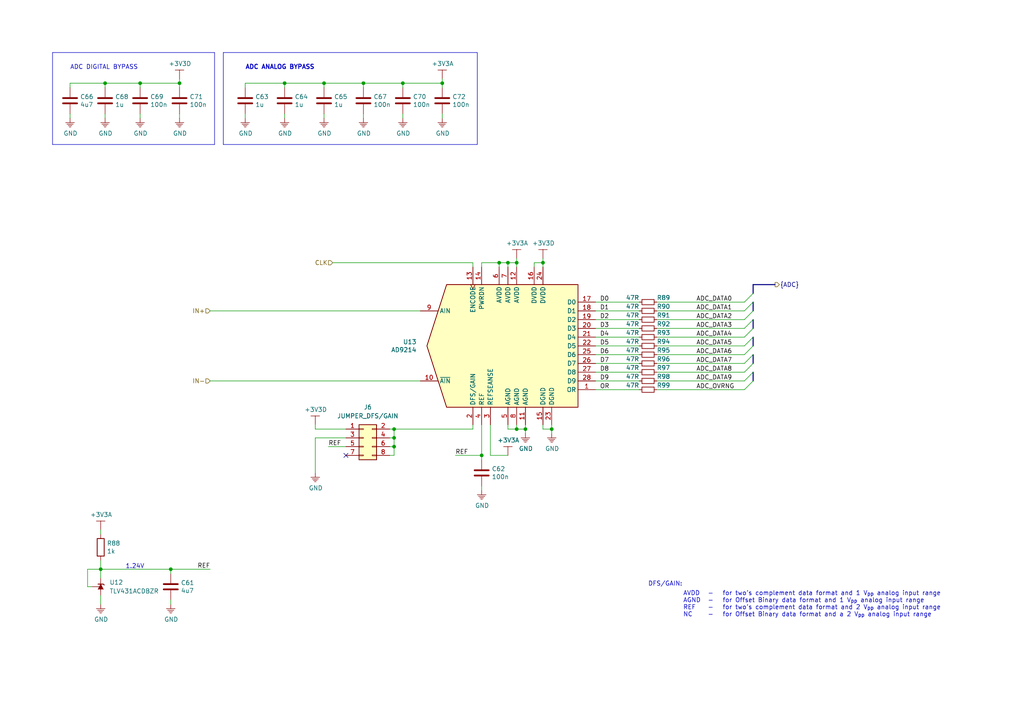
<source format=kicad_sch>
(kicad_sch (version 20200512) (host eeschema "5.99.0-unknown-4efed4b~101~ubuntu18.04.1")
  (page 7 8)
  (paper "A4")
  (title_block (title "Digitizer 10b 105 MSPS with FPGA") (date "2020-03-09") (rev "1.0") (company "Jan Vykydal"))
  (lib_symbols
    (symbol "Connector_Generic:Conn_02x04_Odd_Even" (pin_names hide)
      (property "Reference" "J" (at 1.27 5.08 0))
      (property "Value" "Conn_02x04_Odd_Even" (at 1.27 -7.62 0))
      (symbol "Conn_02x04_Odd_Even_1_1"
        (rectangle (start -1.27 -4.953) (end 0 -5.207))
        (rectangle (start -1.27 -2.413) (end 0 -2.667))
        (rectangle (start -1.27 2.667) (end 0 2.413))
        (rectangle (start -1.27 3.81) (end 3.81 -6.35) (stroke (width 0.254)) (fill (type background)))
        (rectangle (start -1.27 0.127) (end 0 -0.127))
        (rectangle (start 3.81 -4.953) (end 2.54 -5.207))
        (rectangle (start 3.81 -2.413) (end 2.54 -2.667))
        (rectangle (start 3.81 2.667) (end 2.54 2.413))
        (rectangle (start 3.81 0.127) (end 2.54 -0.127))
        (pin passive line (at -5.08 2.54 0) (length 3.81) (name "Pin_1") (number "1"))
        (pin passive line (at 7.62 2.54 180) (length 3.81) (name "Pin_2") (number "2"))
        (pin passive line (at -5.08 0 0) (length 3.81) (name "Pin_3") (number "3"))
        (pin passive line (at 7.62 0 180) (length 3.81) (name "Pin_4") (number "4"))
        (pin passive line (at -5.08 -2.54 0) (length 3.81) (name "Pin_5") (number "5"))
        (pin passive line (at 7.62 -2.54 180) (length 3.81) (name "Pin_6") (number "6"))
        (pin passive line (at -5.08 -5.08 0) (length 3.81) (name "Pin_7") (number "7"))
        (pin passive line (at 7.62 -5.08 180) (length 3.81) (name "Pin_8") (number "8"))
      )
    )
    (symbol "Device:C" (pin_numbers hide) (pin_names (offset 0.254))
      (property "Reference" "C" (at 0.635 2.54 0))
      (property "Value" "C" (at 0.635 -2.54 0))
      (symbol "C_0_1"
        (polyline (pts (xy -2.032 -0.762) (xy 2.032 -0.762)) (stroke (width 0.508)))
        (polyline (pts (xy -2.032 0.762) (xy 2.032 0.762)) (stroke (width 0.508)))
      )
      (symbol "C_1_1"
        (pin passive line (at 0 3.81 270) (length 2.794) (name "~") (number "1"))
        (pin passive line (at 0 -3.81 90) (length 2.794) (name "~") (number "2"))
      )
    )
    (symbol "Device:C_1" (pin_numbers hide) (pin_names (offset 0.254))
      (property "Reference" "C" (at 0.635 2.54 0))
      (property "Value" "C" (at 0.635 -2.54 0))
      (symbol "C_1_0_1"
        (polyline (pts (xy -2.032 -0.762) (xy 2.032 -0.762)) (stroke (width 0.508)))
        (polyline (pts (xy -2.032 0.762) (xy 2.032 0.762)) (stroke (width 0.508)))
      )
      (symbol "C_1_1_1"
        (pin passive line (at 0 3.81 270) (length 2.794) (name "~") (number "1"))
        (pin passive line (at 0 -3.81 90) (length 2.794) (name "~") (number "2"))
      )
    )
    (symbol "Device:C_2" (pin_numbers hide) (pin_names (offset 0.254))
      (property "Reference" "C" (at 0.635 2.54 0))
      (property "Value" "C" (at 0.635 -2.54 0))
      (symbol "C_2_0_1"
        (polyline (pts (xy -2.032 -0.762) (xy 2.032 -0.762)) (stroke (width 0.508)))
        (polyline (pts (xy -2.032 0.762) (xy 2.032 0.762)) (stroke (width 0.508)))
      )
      (symbol "C_2_1_1"
        (pin passive line (at 0 3.81 270) (length 2.794) (name "~") (number "1"))
        (pin passive line (at 0 -3.81 90) (length 2.794) (name "~") (number "2"))
      )
    )
    (symbol "Device:C_3" (pin_numbers hide) (pin_names (offset 0.254))
      (property "Reference" "C" (at 0.635 2.54 0))
      (property "Value" "C" (at 0.635 -2.54 0))
      (symbol "C_3_0_1"
        (polyline (pts (xy -2.032 -0.762) (xy 2.032 -0.762)) (stroke (width 0.508)))
        (polyline (pts (xy -2.032 0.762) (xy 2.032 0.762)) (stroke (width 0.508)))
      )
      (symbol "C_3_1_1"
        (pin passive line (at 0 3.81 270) (length 2.794) (name "~") (number "1"))
        (pin passive line (at 0 -3.81 90) (length 2.794) (name "~") (number "2"))
      )
    )
    (symbol "Device:R" (pin_numbers hide) (pin_names (offset 0))
      (property "Reference" "R" (at 2.032 0 90))
      (property "Value" "R" (at 0 0 90))
      (symbol "R_0_1"
        (rectangle (start -1.016 -2.54) (end 1.016 2.54) (stroke (width 0.254)))
      )
      (symbol "R_1_1"
        (pin passive line (at 0 3.81 270) (length 1.27) (name "~") (number "1"))
        (pin passive line (at 0 -3.81 90) (length 1.27) (name "~") (number "2"))
      )
    )
    (symbol "Device:R_Small" (pin_numbers hide) (pin_names (offset 0.254) hide)
      (property "Reference" "R" (at 0.762 0.508 0))
      (property "Value" "R_Small" (at 0.762 -1.016 0))
      (symbol "R_Small_0_1"
        (rectangle (start -0.762 1.778) (end 0.762 -1.778) (stroke (width 0.2032)))
      )
      (symbol "R_Small_1_1"
        (pin passive line (at 0 2.54 270) (length 0.762) (name "~") (number "1"))
        (pin passive line (at 0 -2.54 90) (length 0.762) (name "~") (number "2"))
      )
    )
    (symbol "KLIB_ADC:AD9214" (pin_names (offset 0.508))
      (property "Reference" "U" (at 12.7 20.32 0))
      (property "Value" "AD9214" (at 12.7 22.86 0))
      (symbol "AD9214_0_1"
        (polyline (pts (xy -23.495 0) (xy -17.78 17.78) (xy 20.32 17.78) (xy 20.32 -17.78) (xy -17.78 -17.78) (xy -23.495 0)) (stroke (width 0.254)) (fill (type background)))
      )
      (symbol "AD9214_1_1"
        (pin output line (at 25.4 -12.7 180) (length 5.08) (name "OR") (number "1"))
        (pin input line (at -25.4 -10.16 0) (length 5.08) (name "~AIN") (number "10"))
        (pin power_in line (at 5.08 -22.86 90) (length 5.08) (name "AGND") (number "11"))
        (pin power_in line (at 2.54 22.86 270) (length 5.08) (name "AVDD") (number "12"))
        (pin input clock (at -10.16 22.86 270) (length 5.08) (name "ENCODE") (number "13"))
        (pin input line (at -7.62 22.86 270) (length 5.08) (name "PWRDN") (number "14"))
        (pin power_in line (at 10.16 -22.86 90) (length 5.08) (name "DGND") (number "15"))
        (pin power_in line (at 7.62 22.86 270) (length 5.08) (name "DVDD") (number "16"))
        (pin output line (at 25.4 12.7 180) (length 5.08) (name "D0") (number "17"))
        (pin output line (at 25.4 10.16 180) (length 5.08) (name "D1") (number "18"))
        (pin output line (at 25.4 7.62 180) (length 5.08) (name "D2") (number "19"))
        (pin input line (at -10.16 -22.86 90) (length 5.08) (name "DFS/GAIN") (number "2"))
        (pin output line (at 25.4 5.08 180) (length 5.08) (name "D3") (number "20"))
        (pin output line (at 25.4 2.54 180) (length 5.08) (name "D4") (number "21"))
        (pin output line (at 25.4 0 180) (length 5.08) (name "D5") (number "22"))
        (pin power_in line (at 12.7 -22.86 90) (length 5.08) (name "DGND") (number "23"))
        (pin power_in line (at 10.16 22.86 270) (length 5.08) (name "DVDD") (number "24"))
        (pin output line (at 25.4 -2.54 180) (length 5.08) (name "D6") (number "25"))
        (pin output line (at 25.4 -5.08 180) (length 5.08) (name "D7") (number "26"))
        (pin output line (at 25.4 -7.62 180) (length 5.08) (name "D8") (number "27"))
        (pin output line (at 25.4 -10.16 180) (length 5.08) (name "D9") (number "28"))
        (pin input line (at -5.08 -22.86 90) (length 5.08) (name "REFSEANSE") (number "3"))
        (pin bidirectional line (at -7.62 -22.86 90) (length 5.08) (name "REF") (number "4"))
        (pin power_in line (at 0 -22.86 90) (length 5.08) (name "AGND") (number "5"))
        (pin power_in line (at -2.54 22.86 270) (length 5.08) (name "AVDD") (number "6"))
        (pin power_in line (at 0 22.86 270) (length 5.08) (name "AVDD") (number "7"))
        (pin power_in line (at 2.54 -22.86 90) (length 5.08) (name "AGND") (number "8"))
        (pin input line (at -25.4 10.16 0) (length 5.08) (name "AIN") (number "9"))
      )
    )
    (symbol "KLIB_Power:+3V3A" (power) (pin_names (offset 0))
      (property "Value" "+3V3A" (at 0 3.81 0))
      (symbol "+3V3A_0_1"
        (polyline (pts (xy -1.27 2.54) (xy 0 2.54)))
        (polyline (pts (xy 0 0) (xy 0 2.54)))
        (polyline (pts (xy 0 2.54) (xy 1.27 2.54)))
      )
      (symbol "+3V3A_1_1"
        (pin power_in line (at 0 0 90) (length 0) (name "+3V3A") (number "1") hide)
      )
    )
    (symbol "KLIB_Power:+3V3D" (power) (pin_names (offset 0))
      (property "Value" "+3V3D" (at 0 3.81 0))
      (symbol "+3V3D_0_1"
        (polyline (pts (xy -1.27 2.54) (xy 0 2.54)))
        (polyline (pts (xy 0 0) (xy 0 2.54)))
        (polyline (pts (xy 0 2.54) (xy 1.27 2.54)))
      )
      (symbol "+3V3D_1_1"
        (pin power_in line (at 0 0 90) (length 0) (name "+3V3D") (number "1") hide)
      )
    )
    (symbol "KLIB_Power:GND" (power) (pin_names (offset 0))
      (property "Value" "GND" (at 0 -3.556 0))
      (symbol "GND_0_1"
        (polyline (pts (xy -0.9144 -1.7272) (xy 0.9144 -1.7272)))
        (polyline (pts (xy -0.5588 -2.1336) (xy 0.5588 -2.1336)))
        (polyline (pts (xy -0.254 -2.54) (xy 0.254 -2.54)))
        (polyline (pts (xy 0 -1.27) (xy 0 0)))
        (polyline (pts (xy 1.27 -1.27) (xy -1.27 -1.27)))
      )
      (symbol "GND_1_1"
        (pin power_in line (at 0 0 270) (length 0) (name "GND") (number "1") hide)
      )
    )
    (symbol "Reference_Voltage:TL431DBZ" (pin_numbers hide) (pin_names (offset 0.508) hide)
      (property "Reference" "U" (at -2.54 2.54 0))
      (property "Value" "TL431DBZ" (at 0 -2.54 0))
      (symbol "TL431DBZ_0_1"
        (polyline (pts (xy -1.27 0) (xy 0 0) (xy 1.27 0)))
        (polyline (pts (xy -0.762 0.762) (xy 0.762 0) (xy -0.762 -0.762)) (fill (type outline)))
        (polyline (pts (xy 0.508 -1.016) (xy 0.762 -0.762) (xy 0.762 0.762) (xy 0.762 0.762)) (stroke (width 0.254)))
      )
      (symbol "TL431DBZ_1_1"
        (pin passive line (at 2.54 0 180) (length 2.54) (name "K") (number "1"))
        (pin passive line (at 0 2.54 270) (length 2.54) (name "REF") (number "2"))
        (pin passive line (at -2.54 0 0) (length 2.54) (name "A") (number "3"))
      )
    )
  )
  (bus_alias "ADC" (members "ADC_DATA[0..9]" "ADC_OVRNG"))
  (junction (at 29.21 165.1))
  (junction (at 30.48 24.13))
  (junction (at 40.64 24.13))
  (junction (at 49.53 165.1))
  (junction (at 52.07 24.13))
  (junction (at 82.55 24.13))
  (junction (at 93.98 24.13))
  (junction (at 105.41 24.13))
  (junction (at 114.3 124.46))
  (junction (at 114.3 127))
  (junction (at 114.3 129.54))
  (junction (at 116.84 24.13))
  (junction (at 128.27 24.13))
  (junction (at 139.7 132.08))
  (junction (at 144.78 76.2))
  (junction (at 147.32 76.2))
  (junction (at 149.86 76.2))
  (junction (at 149.86 124.46))
  (junction (at 152.4 124.46))
  (junction (at 157.48 76.2))
  (junction (at 160.02 124.46))
  (no_connect (at 100.33 132.08))
  (bus_entry (at 215.9 87.63) (size 2.54 -2.54))
  (bus_entry (at 215.9 90.17) (size 2.54 -2.54))
  (bus_entry (at 215.9 92.71) (size 2.54 -2.54))
  (bus_entry (at 215.9 95.25) (size 2.54 -2.54))
  (bus_entry (at 215.9 97.79) (size 2.54 -2.54))
  (bus_entry (at 215.9 100.33) (size 2.54 -2.54))
  (bus_entry (at 215.9 102.87) (size 2.54 -2.54))
  (bus_entry (at 215.9 105.41) (size 2.54 -2.54))
  (bus_entry (at 215.9 107.95) (size 2.54 -2.54))
  (bus_entry (at 215.9 110.49) (size 2.54 -2.54))
  (bus_entry (at 215.9 113.03) (size 2.54 -2.54))
  (wire (pts (xy 20.32 24.13) (xy 20.32 25.4)))
  (wire (pts (xy 20.32 24.13) (xy 30.48 24.13)))
  (wire (pts (xy 20.32 33.02) (xy 20.32 34.29)))
  (wire (pts (xy 25.4 165.1) (xy 29.21 165.1)))
  (wire (pts (xy 25.4 170.18) (xy 25.4 165.1)))
  (wire (pts (xy 26.67 170.18) (xy 25.4 170.18)))
  (wire (pts (xy 29.21 153.67) (xy 29.21 154.94)))
  (wire (pts (xy 29.21 162.56) (xy 29.21 165.1)))
  (wire (pts (xy 29.21 165.1) (xy 29.21 167.64)))
  (wire (pts (xy 29.21 165.1) (xy 49.53 165.1)))
  (wire (pts (xy 29.21 172.72) (xy 29.21 175.26)))
  (wire (pts (xy 30.48 24.13) (xy 30.48 25.4)))
  (wire (pts (xy 30.48 24.13) (xy 40.64 24.13)))
  (wire (pts (xy 30.48 33.02) (xy 30.48 34.29)))
  (wire (pts (xy 40.64 24.13) (xy 40.64 25.4)))
  (wire (pts (xy 40.64 24.13) (xy 52.07 24.13)))
  (wire (pts (xy 40.64 33.02) (xy 40.64 34.29)))
  (wire (pts (xy 49.53 165.1) (xy 49.53 166.37)))
  (wire (pts (xy 49.53 165.1) (xy 60.96 165.1)))
  (wire (pts (xy 49.53 173.99) (xy 49.53 175.26)))
  (wire (pts (xy 52.07 22.86) (xy 52.07 24.13)))
  (wire (pts (xy 52.07 24.13) (xy 52.07 25.4)))
  (wire (pts (xy 52.07 33.02) (xy 52.07 34.29)))
  (wire (pts (xy 60.96 90.17) (xy 121.92 90.17)))
  (wire (pts (xy 60.96 110.49) (xy 121.92 110.49)))
  (wire (pts (xy 71.12 24.13) (xy 71.12 25.4)))
  (wire (pts (xy 71.12 24.13) (xy 82.55 24.13)))
  (wire (pts (xy 71.12 33.02) (xy 71.12 34.29)))
  (wire (pts (xy 82.55 24.13) (xy 82.55 25.4)))
  (wire (pts (xy 82.55 24.13) (xy 93.98 24.13)))
  (wire (pts (xy 82.55 33.02) (xy 82.55 34.29)))
  (wire (pts (xy 91.44 124.46) (xy 91.44 123.19)))
  (wire (pts (xy 91.44 127) (xy 91.44 137.16)))
  (wire (pts (xy 93.98 24.13) (xy 93.98 25.4)))
  (wire (pts (xy 93.98 24.13) (xy 105.41 24.13)))
  (wire (pts (xy 93.98 33.02) (xy 93.98 34.29)))
  (wire (pts (xy 96.52 76.2) (xy 137.16 76.2)))
  (wire (pts (xy 100.33 124.46) (xy 91.44 124.46)))
  (wire (pts (xy 100.33 127) (xy 91.44 127)))
  (wire (pts (xy 100.33 129.54) (xy 95.25 129.54)))
  (wire (pts (xy 105.41 24.13) (xy 105.41 25.4)))
  (wire (pts (xy 105.41 24.13) (xy 116.84 24.13)))
  (wire (pts (xy 105.41 33.02) (xy 105.41 34.29)))
  (wire (pts (xy 113.03 124.46) (xy 114.3 124.46)))
  (wire (pts (xy 113.03 127) (xy 114.3 127)))
  (wire (pts (xy 113.03 129.54) (xy 114.3 129.54)))
  (wire (pts (xy 113.03 132.08) (xy 114.3 132.08)))
  (wire (pts (xy 114.3 124.46) (xy 137.16 124.46)))
  (wire (pts (xy 114.3 127) (xy 114.3 124.46)))
  (wire (pts (xy 114.3 129.54) (xy 114.3 127)))
  (wire (pts (xy 114.3 132.08) (xy 114.3 129.54)))
  (wire (pts (xy 116.84 24.13) (xy 116.84 25.4)))
  (wire (pts (xy 116.84 24.13) (xy 128.27 24.13)))
  (wire (pts (xy 116.84 33.02) (xy 116.84 34.29)))
  (wire (pts (xy 128.27 24.13) (xy 128.27 22.86)))
  (wire (pts (xy 128.27 24.13) (xy 128.27 25.4)))
  (wire (pts (xy 128.27 33.02) (xy 128.27 34.29)))
  (wire (pts (xy 132.08 132.08) (xy 139.7 132.08)))
  (wire (pts (xy 137.16 76.2) (xy 137.16 77.47)))
  (wire (pts (xy 137.16 124.46) (xy 137.16 123.19)))
  (wire (pts (xy 139.7 77.47) (xy 139.7 76.2)))
  (wire (pts (xy 139.7 123.19) (xy 139.7 132.08)))
  (wire (pts (xy 139.7 132.08) (xy 139.7 133.35)))
  (wire (pts (xy 139.7 142.24) (xy 139.7 140.97)))
  (wire (pts (xy 142.24 123.19) (xy 142.24 132.08)))
  (wire (pts (xy 144.78 76.2) (xy 139.7 76.2)))
  (wire (pts (xy 144.78 76.2) (xy 147.32 76.2)))
  (wire (pts (xy 144.78 77.47) (xy 144.78 76.2)))
  (wire (pts (xy 147.32 76.2) (xy 149.86 76.2)))
  (wire (pts (xy 147.32 77.47) (xy 147.32 76.2)))
  (wire (pts (xy 147.32 124.46) (xy 147.32 123.19)))
  (wire (pts (xy 147.32 132.08) (xy 142.24 132.08)))
  (wire (pts (xy 149.86 74.93) (xy 149.86 76.2)))
  (wire (pts (xy 149.86 77.47) (xy 149.86 76.2)))
  (wire (pts (xy 149.86 123.19) (xy 149.86 124.46)))
  (wire (pts (xy 149.86 124.46) (xy 147.32 124.46)))
  (wire (pts (xy 152.4 124.46) (xy 149.86 124.46)))
  (wire (pts (xy 152.4 124.46) (xy 152.4 123.19)))
  (wire (pts (xy 152.4 125.73) (xy 152.4 124.46)))
  (wire (pts (xy 154.94 76.2) (xy 157.48 76.2)))
  (wire (pts (xy 154.94 77.47) (xy 154.94 76.2)))
  (wire (pts (xy 157.48 76.2) (xy 157.48 74.93)))
  (wire (pts (xy 157.48 77.47) (xy 157.48 76.2)))
  (wire (pts (xy 157.48 124.46) (xy 157.48 123.19)))
  (wire (pts (xy 160.02 124.46) (xy 157.48 124.46)))
  (wire (pts (xy 160.02 124.46) (xy 160.02 123.19)))
  (wire (pts (xy 160.02 125.73) (xy 160.02 124.46)))
  (wire (pts (xy 172.72 87.63) (xy 185.42 87.63)))
  (wire (pts (xy 172.72 90.17) (xy 185.42 90.17)))
  (wire (pts (xy 172.72 92.71) (xy 185.42 92.71)))
  (wire (pts (xy 172.72 95.25) (xy 185.42 95.25)))
  (wire (pts (xy 172.72 97.79) (xy 185.42 97.79)))
  (wire (pts (xy 172.72 100.33) (xy 185.42 100.33)))
  (wire (pts (xy 172.72 102.87) (xy 185.42 102.87)))
  (wire (pts (xy 172.72 105.41) (xy 185.42 105.41)))
  (wire (pts (xy 172.72 107.95) (xy 185.42 107.95)))
  (wire (pts (xy 172.72 110.49) (xy 185.42 110.49)))
  (wire (pts (xy 172.72 113.03) (xy 185.42 113.03)))
  (wire (pts (xy 190.5 87.63) (xy 215.9 87.63)))
  (wire (pts (xy 190.5 90.17) (xy 215.9 90.17)))
  (wire (pts (xy 190.5 92.71) (xy 215.9 92.71)))
  (wire (pts (xy 190.5 95.25) (xy 215.9 95.25)))
  (wire (pts (xy 190.5 97.79) (xy 215.9 97.79)))
  (wire (pts (xy 190.5 100.33) (xy 215.9 100.33)))
  (wire (pts (xy 190.5 102.87) (xy 215.9 102.87)))
  (wire (pts (xy 190.5 105.41) (xy 215.9 105.41)))
  (wire (pts (xy 190.5 107.95) (xy 215.9 107.95)))
  (wire (pts (xy 190.5 110.49) (xy 215.9 110.49)))
  (wire (pts (xy 190.5 113.03) (xy 215.9 113.03)))
  (bus (pts (xy 218.44 82.55) (xy 218.44 87.63)))
  (bus (pts (xy 218.44 87.63) (xy 218.44 92.71)))
  (bus (pts (xy 218.44 92.71) (xy 218.44 97.79)))
  (bus (pts (xy 218.44 97.79) (xy 218.44 102.87)))
  (bus (pts (xy 218.44 102.87) (xy 218.44 107.95)))
  (bus (pts (xy 218.44 107.95) (xy 218.44 110.49)))
  (bus (pts (xy 224.79 82.55) (xy 218.44 82.55)))
  (polyline (pts (xy 15.24 15.24) (xy 15.24 41.91)))
  (polyline (pts (xy 15.24 41.91) (xy 62.23 41.91)))
  (polyline (pts (xy 62.23 15.24) (xy 15.24 15.24)))
  (polyline (pts (xy 62.23 41.91) (xy 62.23 15.24)))
  (polyline (pts (xy 64.77 15.24) (xy 138.43 15.24)))
  (polyline (pts (xy 64.77 41.91) (xy 64.77 15.24)))
  (polyline (pts (xy 138.43 15.24) (xy 138.43 41.91)))
  (polyline (pts (xy 138.43 41.91) (xy 64.77 41.91)))
  (text "ADC DIGITAL BYPASS" (at 20.32 20.32 0) (effects (font (size 1.27 1.27)) (justify left bottom)))
  (text "1.24V" (at 41.91 165.1 180) (effects (font (size 1.27 1.27)) (justify right bottom)))
  (text "ADC ANALOG BYPASS" (at 71.12 20.32 0) (effects (font (size 1.27 1.27) (thickness 0.254) bold) (justify left bottom)))
  (text "DFS/GAIN:" (at 187.96 170.18 0) (effects (font (size 1.27 1.27)) (justify left bottom)))
  (text "AVDD\nAGND\nREF\nNC" (at 198.12 179.07 0) (effects (font (size 1.27 1.27)) (justify left bottom)))
  (text "-\n-\n-\n-" (at 207.01 179.07 180) (effects (font (size 1.27 1.27)) (justify right bottom)))
  (text "for two’s complement data format and 1 V_{pp} analog input range\nfor Offset Binary data format and 1 V_{pp} analog input range\nfor two’s complement data format and 2 V_{pp} analog input range\nfor Offset Binary data format and a 2 V_{pp} analog input range" (at 209.55 179.07 0) (effects (font (size 1.27 1.27)) (justify left bottom)))
  (label "REF" (at 60.96 165.1 180))
  (label "REF" (at 95.25 129.54 0))
  (label "REF" (at 132.08 132.08 0))
  (label "D0" (at 173.99 87.63 0))
  (label "D1" (at 173.99 90.17 0))
  (label "D2" (at 173.99 92.71 0))
  (label "D3" (at 173.99 95.25 0))
  (label "D4" (at 173.99 97.79 0))
  (label "D5" (at 173.99 100.33 0))
  (label "D6" (at 173.99 102.87 0))
  (label "D7" (at 173.99 105.41 0))
  (label "D8" (at 173.99 107.95 0))
  (label "D9" (at 173.99 110.49 0))
  (label "OR" (at 173.99 113.03 0))
  (label "ADC_DATA0" (at 201.93 87.63 0))
  (label "ADC_DATA1" (at 201.93 90.17 0))
  (label "ADC_DATA2" (at 201.93 92.71 0))
  (label "ADC_DATA3" (at 201.93 95.25 0))
  (label "ADC_DATA4" (at 201.93 97.79 0))
  (label "ADC_DATA5" (at 201.93 100.33 0))
  (label "ADC_DATA6" (at 201.93 102.87 0))
  (label "ADC_DATA7" (at 201.93 105.41 0))
  (label "ADC_DATA8" (at 201.93 107.95 0))
  (label "ADC_DATA9" (at 201.93 110.49 0))
  (label "ADC_OVRNG" (at 201.93 113.03 0))
  (hierarchical_label "IN+" (shape input) (at 60.96 90.17 180))
  (hierarchical_label "IN-" (shape input) (at 60.96 110.49 180))
  (hierarchical_label "CLK" (shape input) (at 96.52 76.2 180))
  (hierarchical_label "{ADC}" (shape output) (at 224.79 82.55 0))
  (symbol (lib_id "KLIB_Power:GND") (at 20.32 34.29 0) (unit 1)
    (property "Reference" "#PWR0147" (effects hide))
    (property "Value" "GND" (at 20.447 38.6842 0))
  )
  (symbol (lib_id "KLIB_Power:+3V3A") (at 29.21 153.67 0) (unit 1)
    (property "Reference" "#PWR0133" (effects hide))
    (property "Value" "+3V3A" (at 29.337 149.2758 0))
  )
  (symbol (lib_id "KLIB_Power:GND") (at 29.21 175.26 0) (unit 1)
    (property "Reference" "#PWR0134" (effects hide))
    (property "Value" "GND" (at 29.337 179.6542 0))
  )
  (symbol (lib_id "KLIB_Power:GND") (at 30.48 34.29 0) (unit 1)
    (property "Reference" "#PWR0149" (effects hide))
    (property "Value" "GND" (at 30.607 38.6842 0))
  )
  (symbol (lib_id "KLIB_Power:GND") (at 40.64 34.29 0) (unit 1)
    (property "Reference" "#PWR0150" (effects hide))
    (property "Value" "GND" (at 40.767 38.6842 0))
  )
  (symbol (lib_id "KLIB_Power:GND") (at 49.53 175.26 0) (unit 1)
    (property "Reference" "#PWR0135" (effects hide))
    (property "Value" "GND" (at 49.657 179.6542 0))
  )
  (symbol (lib_id "KLIB_Power:+3V3D") (at 52.07 22.86 0) (unit 1)
    (property "Reference" "#PWR0152" (effects hide))
    (property "Value" "+3V3D" (at 52.197 18.4658 0))
  )
  (symbol (lib_id "KLIB_Power:GND") (at 52.07 34.29 0) (unit 1)
    (property "Reference" "#PWR0153" (effects hide))
    (property "Value" "GND" (at 52.197 38.6842 0))
  )
  (symbol (lib_id "KLIB_Power:GND") (at 71.12 34.29 0) (unit 1)
    (property "Reference" "#PWR0144" (effects hide))
    (property "Value" "GND" (at 71.247 38.6842 0))
  )
  (symbol (lib_id "KLIB_Power:GND") (at 82.55 34.29 0) (unit 1)
    (property "Reference" "#PWR0145" (effects hide))
    (property "Value" "GND" (at 82.677 38.6842 0))
  )
  (symbol (lib_id "KLIB_Power:+3V3D") (at 91.44 123.19 0) (unit 1)
    (property "Reference" "#PWR0136" (effects hide))
    (property "Value" "+3V3D" (at 91.567 118.7958 0))
  )
  (symbol (lib_id "KLIB_Power:GND") (at 91.44 137.16 0) (unit 1)
    (property "Reference" "#PWR0137" (effects hide))
    (property "Value" "GND" (at 91.567 141.5542 0))
  )
  (symbol (lib_id "KLIB_Power:GND") (at 93.98 34.29 0) (unit 1)
    (property "Reference" "#PWR0146" (effects hide))
    (property "Value" "GND" (at 94.107 38.6842 0))
  )
  (symbol (lib_id "KLIB_Power:GND") (at 105.41 34.29 0) (unit 1)
    (property "Reference" "#PWR0148" (effects hide))
    (property "Value" "GND" (at 105.537 38.6842 0))
  )
  (symbol (lib_id "KLIB_Power:GND") (at 116.84 34.29 0) (unit 1)
    (property "Reference" "#PWR0151" (effects hide))
    (property "Value" "GND" (at 116.967 38.6842 0))
  )
  (symbol (lib_id "KLIB_Power:+3V3A") (at 128.27 22.86 0) (unit 1)
    (property "Reference" "#PWR0154" (effects hide))
    (property "Value" "+3V3A" (at 128.397 18.4658 0))
  )
  (symbol (lib_id "KLIB_Power:GND") (at 128.27 34.29 0) (unit 1)
    (property "Reference" "#PWR0155" (effects hide))
    (property "Value" "GND" (at 128.397 38.6842 0))
  )
  (symbol (lib_id "KLIB_Power:GND") (at 139.7 142.24 0) (unit 1)
    (property "Reference" "#PWR0138" (effects hide))
    (property "Value" "GND" (at 139.827 146.6342 0))
  )
  (symbol (lib_id "KLIB_Power:+3V3A") (at 147.32 132.08 0) (unit 1)
    (property "Reference" "#PWR0139" (effects hide))
    (property "Value" "+3V3A" (at 147.447 127.6858 0))
  )
  (symbol (lib_id "KLIB_Power:+3V3A") (at 149.86 74.93 0) (unit 1)
    (property "Reference" "#PWR0140" (effects hide))
    (property "Value" "+3V3A" (at 149.987 70.5358 0))
  )
  (symbol (lib_id "KLIB_Power:GND") (at 152.4 125.73 0) (unit 1)
    (property "Reference" "#PWR0141" (effects hide))
    (property "Value" "GND" (at 152.527 130.1242 0))
  )
  (symbol (lib_id "KLIB_Power:+3V3D") (at 157.48 74.93 0) (unit 1)
    (property "Reference" "#PWR0142" (effects hide))
    (property "Value" "+3V3D" (at 157.607 70.5358 0))
  )
  (symbol (lib_id "KLIB_Power:GND") (at 160.02 125.73 0) (unit 1)
    (property "Reference" "#PWR0143" (effects hide))
    (property "Value" "GND" (at 160.147 130.1242 0))
  )
  (symbol (lib_id "Device:R_Small") (at 187.96 87.63 90) (unit 1)
    (property "Reference" "R89" (at 190.5 86.36 90) (effects (justify right)))
    (property "Value" "47R" (at 185.42 86.36 90) (effects (justify left)))
    (property "Footprint" "Resistor_SMD:R_0402_1005Metric" (effects hide))
  )
  (symbol (lib_id "Device:R_Small") (at 187.96 90.17 90) (unit 1)
    (property "Reference" "R90" (at 190.5 88.9 90) (effects (justify right)))
    (property "Value" "47R" (at 185.42 88.9 90) (effects (justify left)))
    (property "Footprint" "Resistor_SMD:R_0402_1005Metric" (effects hide))
  )
  (symbol (lib_id "Device:R_Small") (at 187.96 92.71 90) (unit 1)
    (property "Reference" "R91" (at 190.5 91.44 90) (effects (justify right)))
    (property "Value" "47R" (at 185.42 91.44 90) (effects (justify left)))
    (property "Footprint" "Resistor_SMD:R_0402_1005Metric" (effects hide))
  )
  (symbol (lib_id "Device:R_Small") (at 187.96 95.25 90) (unit 1)
    (property "Reference" "R92" (at 190.5 93.98 90) (effects (justify right)))
    (property "Value" "47R" (at 185.42 93.98 90) (effects (justify left)))
    (property "Footprint" "Resistor_SMD:R_0402_1005Metric" (effects hide))
  )
  (symbol (lib_id "Device:R_Small") (at 187.96 97.79 90) (unit 1)
    (property "Reference" "R93" (at 190.5 96.52 90) (effects (justify right)))
    (property "Value" "47R" (at 185.42 96.52 90) (effects (justify left)))
    (property "Footprint" "Resistor_SMD:R_0402_1005Metric" (effects hide))
  )
  (symbol (lib_id "Device:R_Small") (at 187.96 100.33 90) (unit 1)
    (property "Reference" "R94" (at 190.5 99.06 90) (effects (justify right)))
    (property "Value" "47R" (at 185.42 99.06 90) (effects (justify left)))
    (property "Footprint" "Resistor_SMD:R_0402_1005Metric" (effects hide))
  )
  (symbol (lib_id "Device:R_Small") (at 187.96 102.87 90) (unit 1)
    (property "Reference" "R95" (at 190.5 101.6 90) (effects (justify right)))
    (property "Value" "47R" (at 185.42 101.6 90) (effects (justify left)))
    (property "Footprint" "Resistor_SMD:R_0402_1005Metric" (effects hide))
  )
  (symbol (lib_id "Device:R_Small") (at 187.96 105.41 90) (unit 1)
    (property "Reference" "R96" (at 190.5 104.14 90) (effects (justify right)))
    (property "Value" "47R" (at 185.42 104.14 90) (effects (justify left)))
    (property "Footprint" "Resistor_SMD:R_0402_1005Metric" (effects hide))
  )
  (symbol (lib_id "Device:R_Small") (at 187.96 107.95 90) (unit 1)
    (property "Reference" "R97" (at 190.5 106.68 90) (effects (justify right)))
    (property "Value" "47R" (at 185.42 106.68 90) (effects (justify left)))
    (property "Footprint" "Resistor_SMD:R_0402_1005Metric" (effects hide))
  )
  (symbol (lib_id "Device:R_Small") (at 187.96 110.49 90) (unit 1)
    (property "Reference" "R98" (at 190.5 109.22 90) (effects (justify right)))
    (property "Value" "47R" (at 185.42 109.22 90) (effects (justify left)))
    (property "Footprint" "Resistor_SMD:R_0402_1005Metric" (effects hide))
  )
  (symbol (lib_id "Device:R_Small") (at 187.96 113.03 90) (unit 1)
    (property "Reference" "R99" (at 190.5 111.76 90) (effects (justify right)))
    (property "Value" "47R" (at 185.42 111.76 90) (effects (justify left)))
    (property "Footprint" "Resistor_SMD:R_0402_1005Metric" (effects hide))
  )
  (symbol (lib_id "Device:R") (at 29.21 158.75 0) (unit 1)
    (property "Reference" "R88" (at 30.988 157.5816 0) (effects (justify left)))
    (property "Value" "1k" (at 30.988 159.893 0) (effects (justify left)))
    (property "Footprint" "Resistor_SMD:R_0603_1608Metric" (effects hide))
  )
  (symbol (lib_id "Reference_Voltage:TL431DBZ") (at 29.21 170.18 90) (unit 1)
    (property "Reference" "U12" (at 31.75 168.91 90) (effects (justify right)))
    (property "Value" "TLV431ACDBZR" (at 31.75 171.45 90) (effects (justify right)))
    (property "Footprint" "Package_TO_SOT_SMD:SOT-23" (effects hide))
    (property "Datasheet" "http://www.ti.com/lit/ds/symlink/tl431.pdf" (effects hide))
  )
  (symbol (lib_id "Device:C") (at 20.32 29.21 0) (unit 1)
    (property "Reference" "C66" (at 23.241 28.067 0) (effects (justify left)))
    (property "Value" "4u7" (at 23.241 30.353 0) (effects (justify left)))
    (property "Footprint" "Capacitor_SMD:C_0402_1005Metric" (effects hide))
  )
  (symbol (lib_id "Device:C") (at 30.48 29.21 0) (unit 1)
    (property "Reference" "C68" (at 33.401 28.067 0) (effects (justify left)))
    (property "Value" "1u" (at 33.401 30.353 0) (effects (justify left)))
    (property "Footprint" "Capacitor_SMD:C_0402_1005Metric" (effects hide))
  )
  (symbol (lib_id "Device:C") (at 40.64 29.21 0) (unit 1)
    (property "Reference" "C69" (at 43.561 28.067 0) (effects (justify left)))
    (property "Value" "100n" (at 43.561 30.353 0) (effects (justify left)))
    (property "Footprint" "Capacitor_SMD:C_0402_1005Metric" (effects hide))
  )
  (symbol (lib_id "Device:C") (at 49.53 170.18 0) (unit 1)
    (property "Reference" "C61" (at 52.451 169.037 0) (effects (justify left)))
    (property "Value" "4u7" (at 52.451 171.323 0) (effects (justify left)))
    (property "Footprint" "Capacitor_SMD:C_0402_1005Metric" (effects hide))
  )
  (symbol (lib_id "Device:C") (at 52.07 29.21 0) (unit 1)
    (property "Reference" "C71" (at 54.991 28.067 0) (effects (justify left)))
    (property "Value" "100n" (at 54.991 30.353 0) (effects (justify left)))
    (property "Footprint" "Capacitor_SMD:C_0402_1005Metric" (effects hide))
  )
  (symbol (lib_name "Device:C_3") (lib_id "Device:C") (at 71.12 29.21 0) (unit 1)
    (property "Reference" "C63" (at 74.041 28.067 0) (effects (justify left)))
    (property "Value" "1u" (at 74.041 30.353 0) (effects (justify left)))
    (property "Footprint" "Capacitor_SMD:C_0402_1005Metric" (effects hide))
  )
  (symbol (lib_name "Device:C_2") (lib_id "Device:C") (at 82.55 29.21 0) (unit 1)
    (property "Reference" "C64" (at 85.471 28.067 0) (effects (justify left)))
    (property "Value" "1u" (at 85.471 30.353 0) (effects (justify left)))
    (property "Footprint" "Capacitor_SMD:C_0402_1005Metric" (effects hide))
  )
  (symbol (lib_name "Device:C_1") (lib_id "Device:C") (at 93.98 29.21 0) (unit 1)
    (property "Reference" "C65" (at 96.901 28.067 0) (effects (justify left)))
    (property "Value" "1u" (at 96.901 30.353 0) (effects (justify left)))
    (property "Footprint" "Capacitor_SMD:C_0402_1005Metric" (effects hide))
  )
  (symbol (lib_id "Device:C") (at 105.41 29.21 0) (unit 1)
    (property "Reference" "C67" (at 108.331 28.067 0) (effects (justify left)))
    (property "Value" "100n" (at 108.331 30.353 0) (effects (justify left)))
    (property "Footprint" "Capacitor_SMD:C_0402_1005Metric" (effects hide))
  )
  (symbol (lib_id "Device:C") (at 116.84 29.21 0) (unit 1)
    (property "Reference" "C70" (at 119.761 28.067 0) (effects (justify left)))
    (property "Value" "100n" (at 119.761 30.353 0) (effects (justify left)))
    (property "Footprint" "Capacitor_SMD:C_0402_1005Metric" (effects hide))
  )
  (symbol (lib_id "Device:C") (at 128.27 29.21 0) (unit 1)
    (property "Reference" "C72" (at 131.191 28.067 0) (effects (justify left)))
    (property "Value" "100n" (at 131.191 30.353 0) (effects (justify left)))
    (property "Footprint" "Capacitor_SMD:C_0402_1005Metric" (effects hide))
  )
  (symbol (lib_id "Device:C") (at 139.7 137.16 0) (unit 1)
    (property "Reference" "C62" (at 142.621 135.9916 0) (effects (justify left)))
    (property "Value" "100n" (at 142.621 138.303 0) (effects (justify left)))
    (property "Footprint" "Capacitor_SMD:C_0402_1005Metric" (effects hide))
  )
  (symbol (lib_id "Connector_Generic:Conn_02x04_Odd_Even") (at 105.41 127 0) (unit 1)
    (property "Reference" "J6" (at 106.68 118.11 0))
    (property "Value" "JUMPER_DFS/GAIN" (at 106.68 120.65 0))
    (property "Footprint" "Connector_PinHeader_2.54mm:PinHeader_2x04_P2.54mm_Vertical" (effects hide))
  )
  (symbol (lib_id "KLIB_ADC:AD9214") (at 147.32 100.33 0) (unit 1)
    (property "Reference" "U13" (at 120.8278 99.1616 0) (effects (justify right)))
    (property "Value" "AD9214" (at 120.8278 101.473 0) (effects (justify right)))
    (property "Footprint" "Package_SO:SSOP-28_5.3x10.2mm_P0.65mm" (effects hide))
    (property "Datasheet" "https://www.analog.com/media/en/technical-documentation/data-sheets/AD9214.pdf" (effects hide))
  )
)
</source>
